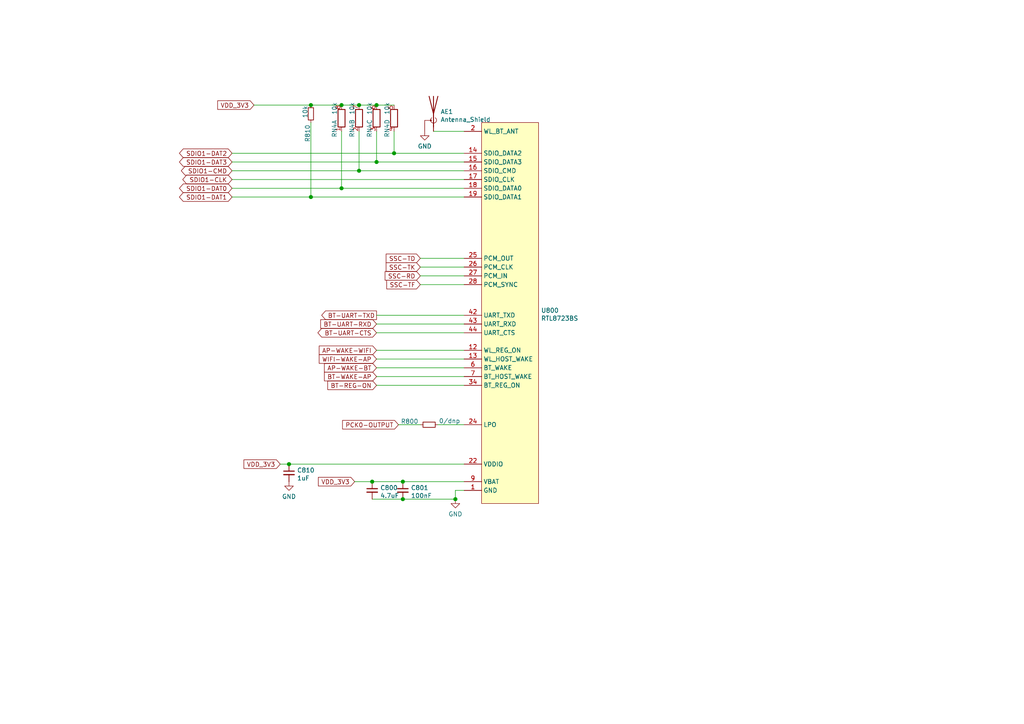
<source format=kicad_sch>
(kicad_sch (version 20250114) (generator "eeschema") (generator_version "9.0")
  (paper "A4")
  (lib_symbols
    (symbol "Device:Antenna_Shield" (pin_numbers (hide yes)) (pin_names (offset 1.016) (hide yes))
      (property "Reference" "AE" (at -1.905 4.445 0))
      (property "Value" "Antenna_Shield" (at -1.905 2.54 0))
      (symbol "Antenna_Shield_0_1"
        (arc (start 0 -2.667) (mid -0.8485 -2.1032) (end -0.508 -1.143))
        (polyline (pts (xy 0 5.08) (xy 0 -3.81)) (stroke (width 0.254)))
        (polyline (pts (xy 0 -2.54) (xy 0 0)))
        (arc (start 0.508 -1.143) (mid 0.8046 -2.0885) (end 0 -2.667))
        (polyline (pts (xy 0.762 -1.905) (xy 2.54 -1.905)))
        (circle (center 0.762 -1.905) (radius 0.1778) (fill (type outline)))
        (polyline (pts (xy 1.27 5.08) (xy 0 0) (xy -1.27 5.08)) (stroke (width 0.254)))
        (polyline (pts (xy 2.54 -2.54) (xy 2.54 -1.905)))
      )
      (symbol "Antenna_Shield_1_1"
        (pin input line (at 0 -5.08 90) (length 2.54) (name "A") (number "1"))
        (pin input line (at 2.54 -5.08 90) (length 2.54) (name "Shield") (number "2"))
      )
    )
    (symbol "Device:C_Small" (pin_numbers (hide yes)) (pin_names (offset 0.254) (hide yes))
      (property "Reference" "C" (at 0.254 1.778 0))
      (property "Value" "C_Small" (at 0.254 -2.032 0))
      (symbol "C_Small_0_1"
        (polyline (pts (xy -1.524 0.508) (xy 1.524 0.508)) (stroke (width 0.3048)))
        (polyline (pts (xy -1.524 -0.508) (xy 1.524 -0.508)) (stroke (width 0.3302)))
      )
      (symbol "C_Small_1_1"
        (pin passive line (at 0 2.54 270) (length 2.032) (name "~") (number "1"))
        (pin passive line (at 0 -2.54 90) (length 2.032) (name "~") (number "2"))
      )
    )
    (symbol "Device:R_Pack04_Split" (pin_names (offset 0) (hide yes))
      (property "Reference" "RN" (at 2.032 0 90))
      (property "Value" "R_Pack04_Split" (at 0 0 90))
      (symbol "R_Pack04_Split_0_1"
        (rectangle (start 1.016 2.54) (end -1.016 -2.54) (stroke (width 0.254)))
      )
      (symbol "R_Pack04_Split_1_1"
        (pin passive line (at 0 3.81 270) (length 1.27) (name "R1.2") (number "8"))
        (pin passive line (at 0 -3.81 90) (length 1.27) (name "R1.1") (number "1"))
      )
      (symbol "R_Pack04_Split_2_1"
        (pin passive line (at 0 3.81 270) (length 1.27) (name "R2.2") (number "7"))
        (pin passive line (at 0 -3.81 90) (length 1.27) (name "R2.1") (number "2"))
      )
      (symbol "R_Pack04_Split_3_1"
        (pin passive line (at 0 3.81 270) (length 1.27) (name "R3.2") (number "6"))
        (pin passive line (at 0 -3.81 90) (length 1.27) (name "R3.1") (number "3"))
      )
      (symbol "R_Pack04_Split_4_1"
        (pin passive line (at 0 3.81 270) (length 1.27) (name "R4.2") (number "5"))
        (pin passive line (at 0 -3.81 90) (length 1.27) (name "R4.1") (number "4"))
      )
    )
    (symbol "Device:R_Small" (pin_numbers (hide yes)) (pin_names (offset 0.254) (hide yes))
      (property "Reference" "R" (at 0.762 0.508 0))
      (property "Value" "R_Small" (at 0.762 -1.016 0))
      (symbol "R_Small_0_1"
        (rectangle (start -0.762 1.778) (end 0.762 -1.778) (stroke (width 0.2032)))
      )
      (symbol "R_Small_1_1"
        (pin passive line (at 0 2.54 270) (length 0.762) (name "~") (number "1"))
        (pin passive line (at 0 -2.54 90) (length 0.762) (name "~") (number "2"))
      )
    )
    (symbol "power:GND" (power) (pin_names (offset 0))
      (property "Value" "GND" (at 0 -3.81 0))
      (symbol "GND_0_1"
        (polyline (pts (xy 0 0) (xy 0 -1.27) (xy 1.27 -1.27) (xy 0 -2.54) (xy -1.27 -1.27) (xy 0 -1.27)))
      )
      (symbol "GND_1_1"
        (pin power_in line (at 0 0 270) (length 0) (hide yes) (name "GND") (number "1"))
      )
    )
    (symbol "sdio:RTL8723BS"
      (property "Reference" "U" (at 0 6.35 0))
      (property "Value" "RTL8723BS" (at 0 3.81 0))
      (symbol "RTL8723BS_0_1"
        (rectangle (start -5.08 -1.27) (end 11.43 -111.76) (stroke (width 0.1524)) (fill (type background)))
      )
      (symbol "RTL8723BS_1_1"
        (pin passive line (at -10.16 -3.81 0) (length 5.08) (name "WL_BT_ANT") (number "2"))
        (pin passive line (at -10.16 -10.16 0) (length 5.08) (name "SDIO_DATA2") (number "14"))
        (pin passive line (at -10.16 -12.7 0) (length 5.08) (name "SDIO_DATA3") (number "15"))
        (pin passive line (at -10.16 -15.24 0) (length 5.08) (name "SDIO_CMD") (number "16"))
        (pin passive line (at -10.16 -17.78 0) (length 5.08) (name "SDIO_CLK") (number "17"))
        (pin passive line (at -10.16 -20.32 0) (length 5.08) (name "SDIO_DATA0") (number "18"))
        (pin passive line (at -10.16 -22.86 0) (length 5.08) (name "SDIO_DATA1") (number "19"))
        (pin passive line (at -10.16 -40.64 0) (length 5.08) (name "PCM_OUT") (number "25"))
        (pin passive line (at -10.16 -43.18 0) (length 5.08) (name "PCM_CLK") (number "26"))
        (pin passive line (at -10.16 -45.72 0) (length 5.08) (name "PCM_IN") (number "27"))
        (pin passive line (at -10.16 -48.26 0) (length 5.08) (name "PCM_SYNC") (number "28"))
        (pin passive line (at -10.16 -57.15 0) (length 5.08) (name "UART_TXD") (number "42"))
        (pin passive line (at -10.16 -59.69 0) (length 5.08) (name "UART_RXD") (number "43"))
        (pin passive line (at -10.16 -62.23 0) (length 5.08) (name "UART_CTS") (number "44"))
        (pin passive line (at -10.16 -67.31 0) (length 5.08) (name "WL_REG_ON") (number "12"))
        (pin passive line (at -10.16 -69.85 0) (length 5.08) (name "WL_HOST_WAKE") (number "13"))
        (pin passive line (at -10.16 -72.39 0) (length 5.08) (name "BT_WAKE") (number "6"))
        (pin passive line (at -10.16 -74.93 0) (length 5.08) (name "BT_HOST_WAKE") (number "7"))
        (pin passive line (at -10.16 -77.47 0) (length 5.08) (name "BT_REG_ON") (number "34"))
        (pin passive line (at -10.16 -88.9 0) (length 5.08) (name "LPO") (number "24"))
        (pin passive line (at -10.16 -100.33 0) (length 5.08) (name "VDDIO") (number "22"))
        (pin passive line (at -10.16 -105.41 0) (length 5.08) (name "VBAT") (number "9"))
        (pin passive line (at -10.16 -107.95 0) (length 5.08) (name "GND") (number "1"))
        (pin passive line (at -10.16 -107.95 0) (length 5.08) (hide yes) (name "GND") (number "20"))
        (pin passive line (at -10.16 -107.95 0) (length 5.08) (hide yes) (name "GND") (number "3"))
        (pin passive line (at -10.16 -107.95 0) (length 5.08) (hide yes) (name "GND") (number "31"))
        (pin passive line (at -10.16 -107.95 0) (length 5.08) (hide yes) (name "GND") (number "33"))
        (pin passive line (at -10.16 -107.95 0) (length 5.08) (hide yes) (name "GND") (number "36"))
        (pin passive line (at -10.16 -107.95 0) (length 5.08) (hide yes) (name "GND") (number "41"))
      )
    )
  )
  (junction (at 99.06 30.48) (diameter 1.016))
  (junction (at 107.95 139.7) (diameter 1.016))
  (junction (at 90.17 57.15) (diameter 1.016))
  (junction (at 99.06 54.61) (diameter 1.016))
  (junction (at 90.17 30.48) (diameter 1.016))
  (junction (at 132.08 144.78) (diameter 1.016))
  (junction (at 109.22 46.99) (diameter 1.016))
  (junction (at 109.22 30.48) (diameter 1.016))
  (junction (at 116.84 139.7) (diameter 1.016))
  (junction (at 83.82 134.62) (diameter 1.016))
  (junction (at 104.14 49.53) (diameter 1.016))
  (junction (at 116.84 144.78) (diameter 1.016))
  (junction (at 104.14 30.48) (diameter 1.016))
  (junction (at 114.3 44.45) (diameter 1.016))
  (wire (pts (xy 109.22 104.14) (xy 134.62 104.14)))
  (wire (pts (xy 104.14 38.1) (xy 104.14 49.53)))
  (wire (pts (xy 125.73 38.1) (xy 134.62 38.1)))
  (wire (pts (xy 109.22 106.68) (xy 134.62 106.68)))
  (wire (pts (xy 109.22 91.44) (xy 134.62 91.44)))
  (wire (pts (xy 104.14 30.48) (xy 109.22 30.48)))
  (wire (pts (xy 67.31 44.45) (xy 114.3 44.45)))
  (wire (pts (xy 114.3 44.45) (xy 134.62 44.45)))
  (wire (pts (xy 127 123.19) (xy 134.62 123.19)))
  (wire (pts (xy 90.17 57.15) (xy 134.62 57.15)))
  (wire (pts (xy 67.31 57.15) (xy 90.17 57.15)))
  (wire (pts (xy 109.22 109.22) (xy 134.62 109.22)))
  (wire (pts (xy 109.22 93.98) (xy 134.62 93.98)))
  (wire (pts (xy 134.62 142.24) (xy 132.08 142.24)))
  (wire (pts (xy 132.08 142.24) (xy 132.08 144.78)))
  (wire (pts (xy 116.84 144.78) (xy 132.08 144.78)))
  (wire (pts (xy 107.95 144.78) (xy 116.84 144.78)))
  (wire (pts (xy 99.06 38.1) (xy 99.06 54.61)))
  (wire (pts (xy 109.22 96.52) (xy 134.62 96.52)))
  (wire (pts (xy 81.28 134.62) (xy 83.82 134.62)))
  (wire (pts (xy 83.82 134.62) (xy 134.62 134.62)))
  (wire (pts (xy 121.92 82.55) (xy 134.62 82.55)))
  (wire (pts (xy 109.22 38.1) (xy 109.22 46.99)))
  (wire (pts (xy 121.92 74.93) (xy 134.62 74.93)))
  (wire (pts (xy 90.17 30.48) (xy 99.06 30.48)))
  (wire (pts (xy 73.66 30.48) (xy 90.17 30.48)))
  (wire (pts (xy 104.14 49.53) (xy 134.62 49.53)))
  (wire (pts (xy 67.31 49.53) (xy 104.14 49.53)))
  (wire (pts (xy 109.22 46.99) (xy 134.62 46.99)))
  (wire (pts (xy 67.31 46.99) (xy 109.22 46.99)))
  (wire (pts (xy 115.57 123.19) (xy 121.92 123.19)))
  (wire (pts (xy 99.06 30.48) (xy 104.14 30.48)))
  (wire (pts (xy 67.31 52.07) (xy 134.62 52.07)))
  (wire (pts (xy 114.3 38.1) (xy 114.3 44.45)))
  (wire (pts (xy 90.17 35.56) (xy 90.17 57.15)))
  (wire (pts (xy 121.92 80.01) (xy 134.62 80.01)))
  (wire (pts (xy 109.22 30.48) (xy 114.3 30.48)))
  (wire (pts (xy 121.92 77.47) (xy 134.62 77.47)))
  (wire (pts (xy 109.22 111.76) (xy 134.62 111.76)))
  (wire (pts (xy 109.22 101.6) (xy 134.62 101.6)))
  (wire (pts (xy 99.06 54.61) (xy 134.62 54.61)))
  (wire (pts (xy 67.31 54.61) (xy 99.06 54.61)))
  (wire (pts (xy 102.87 139.7) (xy 107.95 139.7)))
  (wire (pts (xy 107.95 139.7) (xy 116.84 139.7)))
  (wire (pts (xy 116.84 139.7) (xy 134.62 139.7)))
  (global_label "VDD_3V3" (shape input) (at 73.66 30.48 180) (property "Intersheetrefs" "${INTERSHEET_REFS}" (effects (hide yes))))
  (global_label "AP-WAKE-BT" (shape input) (at 109.22 106.68 180) (property "Intersheetrefs" "${INTERSHEET_REFS}" (effects (hide yes))))
  (global_label "BT-UART-RXD" (shape input) (at 109.22 93.98 180) (property "Intersheetrefs" "${INTERSHEET_REFS}" (effects (hide yes))))
  (global_label "BT-UART-TXD" (shape output) (at 109.22 91.44 180) (property "Intersheetrefs" "${INTERSHEET_REFS}" (effects (hide yes))))
  (global_label "SDIO1-DAT0" (shape bidirectional) (at 67.31 54.61 180) (property "Intersheetrefs" "${INTERSHEET_REFS}" (effects (hide yes))))
  (global_label "PCK0-OUTPUT" (shape input) (at 115.57 123.19 180) (property "Intersheetrefs" "${INTERSHEET_REFS}" (effects (hide yes))))
  (global_label "SDIO1-CMD" (shape bidirectional) (at 67.31 49.53 180) (property "Intersheetrefs" "${INTERSHEET_REFS}" (effects (hide yes))))
  (global_label "SSC-RD" (shape input) (at 121.92 80.01 180) (property "Intersheetrefs" "${INTERSHEET_REFS}" (effects (hide yes))))
  (global_label "AP-WAKE-WIFI" (shape input) (at 109.22 101.6 180) (property "Intersheetrefs" "${INTERSHEET_REFS}" (effects (hide yes))))
  (global_label "BT-REG-ON" (shape input) (at 109.22 111.76 180) (property "Intersheetrefs" "${INTERSHEET_REFS}" (effects (hide yes))))
  (global_label "SSC-TK" (shape input) (at 121.92 77.47 180) (property "Intersheetrefs" "${INTERSHEET_REFS}" (effects (hide yes))))
  (global_label "SSC-TD" (shape input) (at 121.92 74.93 180) (property "Intersheetrefs" "${INTERSHEET_REFS}" (effects (hide yes))))
  (global_label "WIFI-WAKE-AP" (shape input) (at 109.22 104.14 180) (property "Intersheetrefs" "${INTERSHEET_REFS}" (effects (hide yes))))
  (global_label "SDIO1-DAT2" (shape bidirectional) (at 67.31 44.45 180) (property "Intersheetrefs" "${INTERSHEET_REFS}" (effects (hide yes))))
  (global_label "VDD_3V3" (shape input) (at 102.87 139.7 180) (property "Intersheetrefs" "${INTERSHEET_REFS}" (effects (hide yes))))
  (global_label "VDD_3V3" (shape input) (at 81.28 134.62 180) (property "Intersheetrefs" "${INTERSHEET_REFS}" (effects (hide yes))))
  (global_label "BT-WAKE-AP" (shape input) (at 109.22 109.22 180) (property "Intersheetrefs" "${INTERSHEET_REFS}" (effects (hide yes))))
  (global_label "SDIO1-DAT1" (shape bidirectional) (at 67.31 57.15 180) (property "Intersheetrefs" "${INTERSHEET_REFS}" (effects (hide yes))))
  (global_label "SSC-TF" (shape input) (at 121.92 82.55 180) (property "Intersheetrefs" "${INTERSHEET_REFS}" (effects (hide yes))))
  (global_label "BT-UART-CTS" (shape bidirectional) (at 109.22 96.52 180) (property "Intersheetrefs" "${INTERSHEET_REFS}" (effects (hide yes))))
  (global_label "SDIO1-DAT3" (shape bidirectional) (at 67.31 46.99 180) (property "Intersheetrefs" "${INTERSHEET_REFS}" (effects (hide yes))))
  (global_label "SDIO1-CLK" (shape bidirectional) (at 67.31 52.07 180) (property "Intersheetrefs" "${INTERSHEET_REFS}" (effects (hide yes))))
  (symbol (lib_id "Device:C_Small") (at 83.82 137.16 0) (unit 1)
    (property "Reference" "C810" (at 86.1442 136.3991 0) (effects (justify left)))
    (property "Value" "1uF" (at 86.1442 138.6978 0) (effects (justify left)))
    (property "Footprint" "Capacitor_SMD:C_0402_1005Metric" (effects (hide yes)))
    (property "Datasheet" "~{}" (effects (hide yes)))
  )
  (symbol (lib_id "Device:R_Pack04_Split") (at 109.22 34.29 0) (unit 3)
    (property "Reference" "RN4" (at 107.1881 39.8791 90) (effects (justify left)))
    (property "Value" "10k" (at 107.1881 33.2878 90) (effects (justify left)))
    (property "Footprint" "Resistor_SMD:R_Array_Convex_4x0402" (effects (hide yes)))
    (property "Datasheet" "~{}" (effects (hide yes)))
  )
  (symbol (lib_id "Device:R_Pack04_Split") (at 99.06 34.29 0) (unit 1)
    (property "Reference" "RN4" (at 97.0281 39.8791 90) (effects (justify left)))
    (property "Value" "10k" (at 97.0281 33.2878 90) (effects (justify left)))
    (property "Footprint" "Resistor_SMD:R_Array_Convex_4x0402" (effects (hide yes)))
    (property "Datasheet" "~{}" (effects (hide yes)))
  )
  (symbol (lib_id "sdio:RTL8723BS") (at 144.78 34.29 0) (unit 1)
    (property "Reference" "U800" (at 156.9213 90.0441 0) (effects (justify left)))
    (property "Value" "RTL8723BS" (at 156.9213 92.3428 0) (effects (justify left)))
    (property "Footprint" "sdio:lga44_12x12mm_P0.9" (effects (hide yes)))
  )
  (symbol (lib_id "Device:C_Small") (at 116.84 142.24 0) (unit 1)
    (property "Reference" "C801" (at 119.1642 141.4791 0) (effects (justify left)))
    (property "Value" "100nF" (at 119.1642 143.7778 0) (effects (justify left)))
    (property "Footprint" "Capacitor_SMD:C_0402_1005Metric" (effects (hide yes)))
    (property "Datasheet" "~{}" (effects (hide yes)))
  )
  (symbol (lib_id "Device:C_Small") (at 107.95 142.24 0) (unit 1)
    (property "Reference" "C800" (at 110.2742 141.4791 0) (effects (justify left)))
    (property "Value" "4.7uF" (at 110.2742 143.7778 0) (effects (justify left)))
    (property "Footprint" "Capacitor_SMD:C_0603_1608Metric" (effects (hide yes)))
    (property "Datasheet" "~{}" (effects (hide yes)))
  )
  (symbol (lib_id "Device:R_Small") (at 90.17 33.02 180) (unit 1)
    (property "Reference" "R810" (at 89.2154 38.6794 90))
    (property "Value" "10k" (at 88.5161 32.4388 90))
    (property "Footprint" "Resistor_SMD:R_0402_1005Metric" (effects (hide yes)))
    (property "Datasheet" "~{}" (effects (hide yes)))
  )
  (symbol (lib_id "power:GND") (at 123.19 38.1 0) (unit 1)
    (property "Reference" "#PWR0127" (effects (hide yes)))
    (property "Value" "GND" (at 123.19 42.4244 0))
  )
  (symbol (lib_id "power:GND") (at 83.82 139.7 0) (unit 1)
    (property "Reference" "#PWR0130" (effects (hide yes)))
    (property "Value" "GND" (at 83.82 144.0244 0))
  )
  (symbol (lib_id "Device:R_Small") (at 124.46 123.19 90) (unit 1)
    (property "Reference" "R800" (at 118.8006 122.2354 90))
    (property "Value" "0/dnp" (at 130.3883 122.09 90))
    (property "Footprint" "Resistor_SMD:R_0402_1005Metric" (effects (hide yes)))
    (property "Datasheet" "~{}" (effects (hide yes)))
  )
  (symbol (lib_id "Device:R_Pack04_Split") (at 104.14 34.29 0) (unit 2)
    (property "Reference" "RN4" (at 102.1081 39.8791 90) (effects (justify left)))
    (property "Value" "10k" (at 102.1081 33.2878 90) (effects (justify left)))
    (property "Footprint" "Resistor_SMD:R_Array_Convex_4x0402" (effects (hide yes)))
    (property "Datasheet" "~{}" (effects (hide yes)))
  )
  (symbol (lib_id "Device:Antenna_Shield") (at 125.73 33.02 0) (mirror y) (unit 1)
    (property "Reference" "AE1" (at 127.7621 32.3861 0) (effects (justify right)))
    (property "Value" "Antenna_Shield" (at 127.7621 34.6848 0) (effects (justify right)))
    (property "Footprint" "Connector_Coaxial:U.FL_Hirose_U.FL-R-SMT-1_Vertical" (effects (hide yes)))
    (property "Datasheet" "~{}" (effects (hide yes)))
  )
  (symbol (lib_id "Device:R_Pack04_Split") (at 114.3 34.29 0) (unit 4)
    (property "Reference" "RN4" (at 112.2681 39.8791 90) (effects (justify left)))
    (property "Value" "10k" (at 112.2681 33.2878 90) (effects (justify left)))
    (property "Footprint" "Resistor_SMD:R_Array_Convex_4x0402" (effects (hide yes)))
    (property "Datasheet" "~{}" (effects (hide yes)))
  )
  (symbol (lib_id "power:GND") (at 132.08 144.78 0) (unit 1)
    (property "Reference" "#PWR0128" (effects (hide yes)))
    (property "Value" "GND" (at 132.08 149.1044 0))
  )
)
</source>
